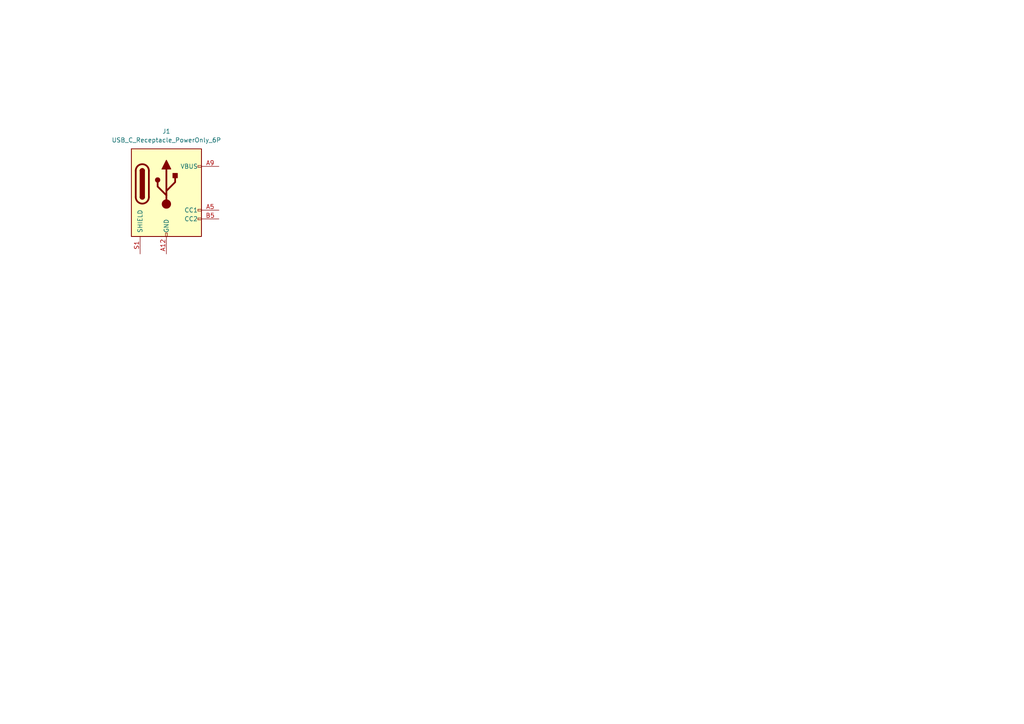
<source format=kicad_sch>
(kicad_sch (version 20231120) (generator "eeschema") (generator_version "8.0")
  (paper "A4")
  (lib_symbols
    (symbol "Connector:USB_C_Receptacle_PowerOnly_6P" (pin_names (offset 1.016))
      (property "Reference" "J" (at 0 16.51 0))
      (property "Value" "USB_C_Receptacle_PowerOnly_6P" (at 0 13.97 0))
      (symbol "USB_C_Receptacle_PowerOnly_6P_0_0"
        (rectangle (start -0.254 -12.7) (end 0.254 -11.684))
        (rectangle (start 10.16 -7.366) (end 9.144 -7.874))
        (rectangle (start 10.16 -4.826) (end 9.144 -5.334))
        (rectangle (start 10.16 7.874) (end 9.144 7.366))
      )
      (symbol "USB_C_Receptacle_PowerOnly_6P_0_1"
        (rectangle (start -10.16 12.7) (end 10.16 -12.7) (stroke (width 0.254)) (fill (type background)))
        (arc (start -8.89 -1.27) (mid -6.985 -3.1667) (end -5.08 -1.27) (stroke (width 0.508)))
        (arc (start -7.62 -1.27) (mid -6.985 -1.9023) (end -6.35 -1.27) (stroke (width 0.254)))
        (arc (start -7.62 -1.27) (mid -6.985 -1.9023) (end -6.35 -1.27) (stroke (width 0.254)) (fill (type outline)))
        (rectangle (start -7.62 -1.27) (end -6.35 6.35) (stroke (width 0.254)) (fill (type outline)))
        (arc (start -6.35 6.35) (mid -6.985 6.9823) (end -7.62 6.35) (stroke (width 0.254)))
        (arc (start -6.35 6.35) (mid -6.985 6.9823) (end -7.62 6.35) (stroke (width 0.254)) (fill (type outline)))
        (arc (start -5.08 6.35) (mid -6.985 8.2467) (end -8.89 6.35) (stroke (width 0.508)))
        (circle (center -2.54 3.683) (radius 0.635) (stroke (width 0.254)) (fill (type outline)))
        (circle (center 0 -3.302) (radius 1.27) (fill (type outline)))
        (polyline (pts (xy -8.89 -1.27) (xy -8.89 6.35)) (stroke (width 0.508)))
        (polyline (pts (xy -5.08 6.35) (xy -5.08 -1.27)) (stroke (width 0.508)))
        (polyline (pts (xy 0 -3.302) (xy 0 6.858)) (stroke (width 0.508)))
        (polyline (pts (xy 0 -0.762) (xy -2.54 1.778) (xy -2.54 3.048)) (stroke (width 0.508)))
        (polyline (pts (xy 0 0.508) (xy 2.54 3.048) (xy 2.54 4.318)) (stroke (width 0.508)))
        (polyline (pts (xy -1.27 6.858) (xy 0 9.398) (xy 1.27 6.858) (xy -1.27 6.858)) (stroke (width 0.254)) (fill (type outline)))
        (rectangle (start 1.905 4.318) (end 3.175 5.588) (stroke (width 0.254)) (fill (type outline)))
      )
      (symbol "USB_C_Receptacle_PowerOnly_6P_1_1"
        (pin passive line (at 0 -17.78 90) (length 5.08) (name "GND") (number "A12"))
        (pin bidirectional line (at 15.24 -5.08 180) (length 5.08) (name "CC1") (number "A5"))
        (pin passive line (at 15.24 7.62 180) (length 5.08) (name "VBUS") (number "A9"))
        (pin passive line (at 0 -17.78 90) (length 5.08) hide (name "GND") (number "B12"))
        (pin bidirectional line (at 15.24 -7.62 180) (length 5.08) (name "CC2") (number "B5"))
        (pin passive line (at 15.24 7.62 180) (length 5.08) hide (name "VBUS") (number "B9"))
        (pin passive line (at -7.62 -17.78 90) (length 5.08) (name "SHIELD") (number "S1"))
      )
    )
  )
  (symbol (lib_id "Connector:USB_C_Receptacle_PowerOnly_6P") (at 48.26 55.88 0) (unit 1)
    (property "Reference" "J1" (at 48.26 38.1 0))
    (property "Value" "USB_C_Receptacle_PowerOnly_6P" (at 48.26 40.64 0))
    (property "Footprint" "Connector_USB:USB_C_Receptacle_GCT_USB4135-GF-A_6P_TopMnt_Horizontal" (effects (hide yes)))
    (property "Datasheet" "https://www.usb.org/sites/default/files/documents/usb_type-c.zip" (effects (hide yes)))
    (property "Description" "USB Power-Only 6P Type-C Receptacle connector" (effects (hide yes)))
  )
)
</source>
